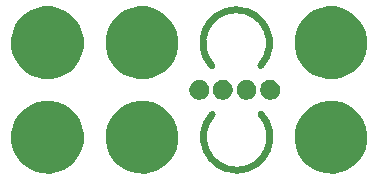
<source format=gts>
%TF.GenerationSoftware,KiCad,Pcbnew,4.0.7-e2-6376~58~ubuntu16.04.1*%
%TF.CreationDate,2018-02-09T07:07:29-08:00*%
%TF.ProjectId,2x4-Grove-Sensor-Inline,3278342D47726F76652D53656E736F72,1.0*%
%TF.FileFunction,Soldermask,Top*%
%FSLAX46Y46*%
G04 Gerber Fmt 4.6, Leading zero omitted, Abs format (unit mm)*
G04 Created by KiCad (PCBNEW 4.0.7-e2-6376~58~ubuntu16.04.1) date Fri Feb  9 07:07:29 2018*
%MOMM*%
%LPD*%
G01*
G04 APERTURE LIST*
%ADD10C,0.350000*%
%ADD11C,0.600000*%
G04 APERTURE END LIST*
D10*
D11*
X50873966Y-72140482D02*
G75*
G03X55016400Y-72110600I2085034J-1900518D01*
G01*
X54993234Y-67991318D02*
G75*
G03X50850800Y-68021200I-2085034J1900518D01*
G01*
D10*
G36*
X45257710Y-70992247D02*
X45848655Y-71113551D01*
X46404798Y-71347332D01*
X46904934Y-71684678D01*
X47330021Y-72112743D01*
X47663866Y-72615221D01*
X47893756Y-73172976D01*
X48010864Y-73764414D01*
X48010864Y-73764424D01*
X48010931Y-73764763D01*
X48001310Y-74453816D01*
X48001233Y-74454154D01*
X48001233Y-74454162D01*
X47867657Y-75042101D01*
X47622285Y-75593216D01*
X47274537Y-76086178D01*
X46837662Y-76502209D01*
X46328300Y-76825461D01*
X45765854Y-77043619D01*
X45171747Y-77148376D01*
X44568603Y-77135742D01*
X43979400Y-77006197D01*
X43426582Y-76764677D01*
X42931207Y-76420382D01*
X42512137Y-75986423D01*
X42185338Y-75479330D01*
X41963256Y-74918414D01*
X41854355Y-74325058D01*
X41862777Y-73721841D01*
X41988206Y-73131747D01*
X42225859Y-72577258D01*
X42566691Y-72079488D01*
X42997712Y-71657400D01*
X43502513Y-71327068D01*
X44061859Y-71101077D01*
X44654445Y-70988036D01*
X45257710Y-70992247D01*
X45257710Y-70992247D01*
G37*
G36*
X61257710Y-70992247D02*
X61848655Y-71113551D01*
X62404798Y-71347332D01*
X62904934Y-71684678D01*
X63330021Y-72112743D01*
X63663866Y-72615221D01*
X63893756Y-73172976D01*
X64010864Y-73764414D01*
X64010864Y-73764424D01*
X64010931Y-73764763D01*
X64001310Y-74453816D01*
X64001233Y-74454154D01*
X64001233Y-74454162D01*
X63867657Y-75042101D01*
X63622285Y-75593216D01*
X63274537Y-76086178D01*
X62837662Y-76502209D01*
X62328300Y-76825461D01*
X61765854Y-77043619D01*
X61171747Y-77148376D01*
X60568603Y-77135742D01*
X59979400Y-77006197D01*
X59426582Y-76764677D01*
X58931207Y-76420382D01*
X58512137Y-75986423D01*
X58185338Y-75479330D01*
X57963256Y-74918414D01*
X57854355Y-74325058D01*
X57862777Y-73721841D01*
X57988206Y-73131747D01*
X58225859Y-72577258D01*
X58566691Y-72079488D01*
X58997712Y-71657400D01*
X59502513Y-71327068D01*
X60061859Y-71101077D01*
X60654445Y-70988036D01*
X61257710Y-70992247D01*
X61257710Y-70992247D01*
G37*
G36*
X37257710Y-70992247D02*
X37848655Y-71113551D01*
X38404798Y-71347332D01*
X38904934Y-71684678D01*
X39330021Y-72112743D01*
X39663866Y-72615221D01*
X39893756Y-73172976D01*
X40010864Y-73764414D01*
X40010864Y-73764424D01*
X40010931Y-73764763D01*
X40001310Y-74453816D01*
X40001233Y-74454154D01*
X40001233Y-74454162D01*
X39867657Y-75042101D01*
X39622285Y-75593216D01*
X39274537Y-76086178D01*
X38837662Y-76502209D01*
X38328300Y-76825461D01*
X37765854Y-77043619D01*
X37171747Y-77148376D01*
X36568603Y-77135742D01*
X35979400Y-77006197D01*
X35426582Y-76764677D01*
X34931207Y-76420382D01*
X34512137Y-75986423D01*
X34185338Y-75479330D01*
X33963256Y-74918414D01*
X33854355Y-74325058D01*
X33862777Y-73721841D01*
X33988206Y-73131747D01*
X34225859Y-72577258D01*
X34566691Y-72079488D01*
X34997712Y-71657400D01*
X35502513Y-71327068D01*
X36061859Y-71101077D01*
X36654445Y-70988036D01*
X37257710Y-70992247D01*
X37257710Y-70992247D01*
G37*
G36*
X49872043Y-69215557D02*
X50033058Y-69248609D01*
X50184601Y-69312311D01*
X50320873Y-69404229D01*
X50436706Y-69520872D01*
X50527668Y-69657782D01*
X50590310Y-69809763D01*
X50622168Y-69970656D01*
X50622168Y-69970666D01*
X50622236Y-69971010D01*
X50619615Y-70158763D01*
X50619537Y-70159106D01*
X50619537Y-70159109D01*
X50583197Y-70319061D01*
X50516340Y-70469225D01*
X50421584Y-70603547D01*
X50302545Y-70716908D01*
X50163753Y-70804988D01*
X50010499Y-70864431D01*
X49848619Y-70892975D01*
X49684273Y-70889532D01*
X49523728Y-70854235D01*
X49373094Y-70788424D01*
X49238118Y-70694613D01*
X49123930Y-70576368D01*
X49034883Y-70438194D01*
X48974369Y-70285353D01*
X48944697Y-70123681D01*
X48946991Y-69959316D01*
X48981169Y-69798526D01*
X49045923Y-69647440D01*
X49138794Y-69511807D01*
X49256237Y-69396798D01*
X49393786Y-69306788D01*
X49546197Y-69245210D01*
X49707662Y-69214409D01*
X49872043Y-69215557D01*
X49872043Y-69215557D01*
G37*
G36*
X51872043Y-69215557D02*
X52033058Y-69248609D01*
X52184601Y-69312311D01*
X52320873Y-69404229D01*
X52436706Y-69520872D01*
X52527668Y-69657782D01*
X52590310Y-69809763D01*
X52622168Y-69970656D01*
X52622168Y-69970666D01*
X52622236Y-69971010D01*
X52619615Y-70158763D01*
X52619537Y-70159106D01*
X52619537Y-70159109D01*
X52583197Y-70319061D01*
X52516340Y-70469225D01*
X52421584Y-70603547D01*
X52302545Y-70716908D01*
X52163753Y-70804988D01*
X52010499Y-70864431D01*
X51848619Y-70892975D01*
X51684273Y-70889532D01*
X51523728Y-70854235D01*
X51373094Y-70788424D01*
X51238118Y-70694613D01*
X51123930Y-70576368D01*
X51034883Y-70438194D01*
X50974369Y-70285353D01*
X50944697Y-70123681D01*
X50946991Y-69959316D01*
X50981169Y-69798526D01*
X51045923Y-69647440D01*
X51138794Y-69511807D01*
X51256237Y-69396798D01*
X51393786Y-69306788D01*
X51546197Y-69245210D01*
X51707662Y-69214409D01*
X51872043Y-69215557D01*
X51872043Y-69215557D01*
G37*
G36*
X53872043Y-69215557D02*
X54033058Y-69248609D01*
X54184601Y-69312311D01*
X54320873Y-69404229D01*
X54436706Y-69520872D01*
X54527668Y-69657782D01*
X54590310Y-69809763D01*
X54622168Y-69970656D01*
X54622168Y-69970666D01*
X54622236Y-69971010D01*
X54619615Y-70158763D01*
X54619537Y-70159106D01*
X54619537Y-70159109D01*
X54583197Y-70319061D01*
X54516340Y-70469225D01*
X54421584Y-70603547D01*
X54302545Y-70716908D01*
X54163753Y-70804988D01*
X54010499Y-70864431D01*
X53848619Y-70892975D01*
X53684273Y-70889532D01*
X53523728Y-70854235D01*
X53373094Y-70788424D01*
X53238118Y-70694613D01*
X53123930Y-70576368D01*
X53034883Y-70438194D01*
X52974369Y-70285353D01*
X52944697Y-70123681D01*
X52946991Y-69959316D01*
X52981169Y-69798526D01*
X53045923Y-69647440D01*
X53138794Y-69511807D01*
X53256237Y-69396798D01*
X53393786Y-69306788D01*
X53546197Y-69245210D01*
X53707662Y-69214409D01*
X53872043Y-69215557D01*
X53872043Y-69215557D01*
G37*
G36*
X55872043Y-69215557D02*
X56033058Y-69248609D01*
X56184601Y-69312311D01*
X56320873Y-69404229D01*
X56436706Y-69520872D01*
X56527668Y-69657782D01*
X56590310Y-69809763D01*
X56622168Y-69970656D01*
X56622168Y-69970666D01*
X56622236Y-69971010D01*
X56619615Y-70158763D01*
X56619537Y-70159106D01*
X56619537Y-70159109D01*
X56583197Y-70319061D01*
X56516340Y-70469225D01*
X56421584Y-70603547D01*
X56302545Y-70716908D01*
X56163753Y-70804988D01*
X56010499Y-70864431D01*
X55848619Y-70892975D01*
X55684273Y-70889532D01*
X55523728Y-70854235D01*
X55373094Y-70788424D01*
X55238118Y-70694613D01*
X55123930Y-70576368D01*
X55034883Y-70438194D01*
X54974369Y-70285353D01*
X54944697Y-70123681D01*
X54946991Y-69959316D01*
X54981169Y-69798526D01*
X55045923Y-69647440D01*
X55138794Y-69511807D01*
X55256237Y-69396798D01*
X55393786Y-69306788D01*
X55546197Y-69245210D01*
X55707662Y-69214409D01*
X55872043Y-69215557D01*
X55872043Y-69215557D01*
G37*
G36*
X61257710Y-62992247D02*
X61848655Y-63113551D01*
X62404798Y-63347332D01*
X62904934Y-63684678D01*
X63330021Y-64112743D01*
X63663866Y-64615221D01*
X63893756Y-65172976D01*
X64010864Y-65764414D01*
X64010864Y-65764424D01*
X64010931Y-65764763D01*
X64001310Y-66453816D01*
X64001233Y-66454154D01*
X64001233Y-66454162D01*
X63867657Y-67042101D01*
X63622285Y-67593216D01*
X63274537Y-68086178D01*
X62837662Y-68502209D01*
X62328300Y-68825461D01*
X61765854Y-69043619D01*
X61171747Y-69148376D01*
X60568603Y-69135742D01*
X59979400Y-69006197D01*
X59426582Y-68764677D01*
X58931207Y-68420382D01*
X58512137Y-67986423D01*
X58185338Y-67479330D01*
X57963256Y-66918414D01*
X57854355Y-66325058D01*
X57862777Y-65721841D01*
X57988206Y-65131747D01*
X58225859Y-64577258D01*
X58566691Y-64079488D01*
X58997712Y-63657400D01*
X59502513Y-63327068D01*
X60061859Y-63101077D01*
X60654445Y-62988036D01*
X61257710Y-62992247D01*
X61257710Y-62992247D01*
G37*
G36*
X45257710Y-62992247D02*
X45848655Y-63113551D01*
X46404798Y-63347332D01*
X46904934Y-63684678D01*
X47330021Y-64112743D01*
X47663866Y-64615221D01*
X47893756Y-65172976D01*
X48010864Y-65764414D01*
X48010864Y-65764424D01*
X48010931Y-65764763D01*
X48001310Y-66453816D01*
X48001233Y-66454154D01*
X48001233Y-66454162D01*
X47867657Y-67042101D01*
X47622285Y-67593216D01*
X47274537Y-68086178D01*
X46837662Y-68502209D01*
X46328300Y-68825461D01*
X45765854Y-69043619D01*
X45171747Y-69148376D01*
X44568603Y-69135742D01*
X43979400Y-69006197D01*
X43426582Y-68764677D01*
X42931207Y-68420382D01*
X42512137Y-67986423D01*
X42185338Y-67479330D01*
X41963256Y-66918414D01*
X41854355Y-66325058D01*
X41862777Y-65721841D01*
X41988206Y-65131747D01*
X42225859Y-64577258D01*
X42566691Y-64079488D01*
X42997712Y-63657400D01*
X43502513Y-63327068D01*
X44061859Y-63101077D01*
X44654445Y-62988036D01*
X45257710Y-62992247D01*
X45257710Y-62992247D01*
G37*
G36*
X37257710Y-62992247D02*
X37848655Y-63113551D01*
X38404798Y-63347332D01*
X38904934Y-63684678D01*
X39330021Y-64112743D01*
X39663866Y-64615221D01*
X39893756Y-65172976D01*
X40010864Y-65764414D01*
X40010864Y-65764424D01*
X40010931Y-65764763D01*
X40001310Y-66453816D01*
X40001233Y-66454154D01*
X40001233Y-66454162D01*
X39867657Y-67042101D01*
X39622285Y-67593216D01*
X39274537Y-68086178D01*
X38837662Y-68502209D01*
X38328300Y-68825461D01*
X37765854Y-69043619D01*
X37171747Y-69148376D01*
X36568603Y-69135742D01*
X35979400Y-69006197D01*
X35426582Y-68764677D01*
X34931207Y-68420382D01*
X34512137Y-67986423D01*
X34185338Y-67479330D01*
X33963256Y-66918414D01*
X33854355Y-66325058D01*
X33862777Y-65721841D01*
X33988206Y-65131747D01*
X34225859Y-64577258D01*
X34566691Y-64079488D01*
X34997712Y-63657400D01*
X35502513Y-63327068D01*
X36061859Y-63101077D01*
X36654445Y-62988036D01*
X37257710Y-62992247D01*
X37257710Y-62992247D01*
G37*
M02*

</source>
